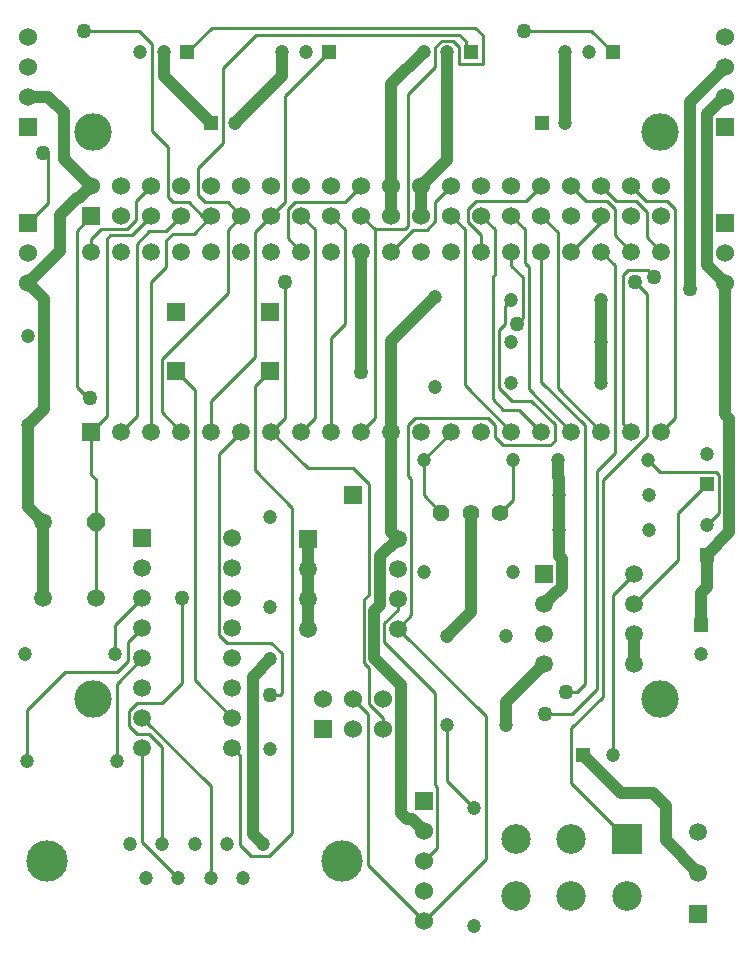
<source format=gtl>
%FSLAX23Y23*%
%MOMM*%
%SFA1B1*%

%IPPOS*%
%AMD18*
4,1,8,-0.749300,-0.309880,-0.309880,-0.749300,0.309880,-0.749300,0.749300,-0.309880,0.749300,0.309880,0.309880,0.749300,-0.309880,0.749300,-0.749300,0.309880,-0.749300,-0.309880,0.0*
%
%AMD21*
4,1,8,-0.292100,0.701040,-0.701040,0.292100,-0.701040,-0.292100,-0.292100,-0.701040,0.292100,-0.701040,0.701040,-0.292100,0.701040,0.292100,0.292100,0.701040,-0.292100,0.701040,0.0*
%
%ADD10C,0.253999*%
%ADD11C,0.999998*%
%ADD12R,1.499997X1.499997*%
%ADD13C,1.199998*%
%ADD14C,1.523997*%
%ADD15R,1.523997X1.523997*%
%ADD16R,1.199998X1.199998*%
%ADD17C,1.499997*%
G04~CAMADD=18~4~0.0~0.0~590.6~590.6~0.0~173.0~0~0.0~0.0~0.0~0.0~0~0.0~0.0~0.0~0.0~0~0.0~0.0~0.0~135.0~590.6~590.6*
%ADD18D18*%
%ADD19R,1.499997X1.499997*%
%ADD20C,1.499997*%
G04~CAMADD=21~4~0.0~0.0~551.2~551.2~0.0~161.4~0~0.0~0.0~0.0~0.0~0~0.0~0.0~0.0~0.0~0~0.0~0.0~0.0~45.0~551.2~551.2*
%ADD21D21*%
%ADD22C,1.399997*%
%ADD23C,3.499993*%
%ADD24C,2.499995*%
%ADD25R,2.499995X2.499995*%
%ADD26R,1.199998X1.199998*%
%ADD27R,1.499997X1.499997*%
%ADD28R,1.523997X1.523997*%
%ADD29C,3.174994*%
%ADD30C,1.269997*%
G54D10*
X1399Y14999D02*
Y19317D01*
X4631Y22549*
X9076*
X9940Y23412*
Y25020*
X11189Y26269*
Y23729D02*
X8999Y21539D01*
Y14999*
X11189Y16109D02*
Y8119D01*
X14229Y5079*
X16969D02*
Y12869D01*
X11189Y18649*
X10727Y19907D02*
X12836D01*
X14512Y21583*
Y28809*
X17662Y25647D02*
Y40972D01*
X19569Y42879*
X17029D02*
Y45434D01*
X20760Y49165*
Y59780*
X22109Y61129*
X23275Y62295*
Y71275*
X26999Y74999*
X33664Y71444D02*
X36000Y73780D01*
Y75431*
X36549Y75980*
X37458*
X38007Y75431*
Y74009*
X39988*
Y76447*
X39353Y77082*
X17082*
X14999Y74999*
X17992Y73679D02*
X20801Y76488D01*
X38031*
X38580Y75939*
Y75419*
X38999Y74999*
X33664Y71444D02*
Y60240D01*
X33410Y59986*
X30872*
X29729Y61129*
X27189D02*
X28330Y59989D01*
Y51941*
X27189Y50801*
Y42879*
X29729D02*
X30870Y44020D01*
X30872Y59986*
X32269Y58119D02*
X34113Y59963D01*
X35264*
X36000Y60699*
Y62320*
X37349Y63669*
Y61129D02*
X38490Y59989D01*
Y46819*
X42429Y42879*
X41706Y41726D02*
X45729D01*
X46110Y42107*
Y43478*
X44088Y45500*
X42512*
X41418Y46593*
Y51479*
X41891Y51952*
Y53491*
X42399Y53999*
X41030Y56175D02*
Y59989D01*
X39889Y61129*
Y59480D02*
Y58119D01*
X42429D02*
Y56887D01*
X43392Y55924*
Y52470*
X42909Y51987*
X44969Y47108D02*
Y58119D01*
X43570Y57137D02*
X43925Y56781D01*
Y46464*
X47509Y42879*
X49666Y39516D02*
X51190Y41040D01*
Y56979*
X50049Y58119*
X52307Y56534D02*
X53958D01*
X54542Y55950*
X52917Y55518D02*
X53933Y54502D01*
Y42538*
X50174Y38779*
Y20415*
X47507Y17748*
Y13107*
X52199Y8414*
X50999Y15499D02*
Y28999D01*
X52809Y30809*
Y28269D02*
X56549Y32009D01*
Y36009*
X58999Y38459*
X59749Y39465D02*
X60003Y39211D01*
Y36003*
X58999Y34999*
X59749Y39465D02*
X55034D01*
X53999Y40499*
X55129Y42879D02*
X56295Y44045D01*
Y61715*
X55609Y62401*
X53858*
X52589Y63669*
X52940Y62401D02*
X53882Y61459D01*
Y59367*
X55129Y58119*
X52589D02*
X51215Y59494D01*
Y61715*
X50529Y62401*
X48778*
X47509Y63669*
X46364Y59735D02*
Y46565D01*
X50049Y42879*
X49666Y39516D02*
Y21075D01*
X47583Y18993*
X45249*
X47076Y20826D02*
X47943D01*
X48650Y21533*
Y43427*
X44969Y47108*
X43114Y44735D02*
X44969Y42879D01*
X43114Y44735D02*
X41752D01*
X40854Y45634*
Y55999*
X41030Y56175*
X43570Y57137D02*
Y59989D01*
X42429Y61129*
X39889Y59480D02*
X38744Y60626D01*
Y61715*
X39429Y62401*
X43701*
X44969Y63669*
Y61129D02*
X46364Y59735D01*
X47509Y58119D02*
X50284Y60894D01*
X50049Y61129*
X51318Y62401D02*
X52940D01*
X50049Y63669D02*
X51318Y62401D01*
X52307Y56534D02*
X51901Y56127D01*
Y43568*
X52589Y42879*
X41020Y43427D02*
Y42411D01*
X41706Y41726*
X42599Y40499D02*
Y37100D01*
X41499Y35999*
X36499D02*
X34999Y37499D01*
Y40499*
X37349Y42849*
Y42879*
X40436Y44012D02*
X41020Y43427D01*
X40436Y44012D02*
X34248D01*
X33664Y43427*
Y39109*
X33943Y38830*
Y27323*
X32809Y26189*
X40242Y18757*
Y6662*
X34999Y1419*
X30276Y6143*
Y18993*
X28999Y20269*
X30387Y19780D02*
Y22826D01*
X29916Y23296*
Y28612*
X30387Y29082*
Y38424*
X29015Y39795*
X25194*
X22109Y42879*
X23249Y44019*
Y55499*
X23506Y59262D02*
X24649Y58119D01*
X23506Y59262D02*
Y61715D01*
X24065Y62274*
X28334*
X29729Y63669*
X24649Y61129D02*
X25790Y59989D01*
Y44020*
X24649Y42879*
X20710Y39592D02*
Y46710D01*
X21999Y47999*
X18412Y54567D02*
Y59972D01*
X19569Y61129*
X18399Y62300*
X16496*
X15884Y62912*
Y65221*
X17992Y67329*
Y73679*
X11997Y75660D02*
X10908Y76749D01*
X6249*
X11997Y75660D02*
Y68294D01*
X13344Y66948*
Y62706*
X13775Y62274*
X15096*
X16241Y61129*
X17029*
X15533Y59633*
X13775*
X13217Y59074*
Y56839*
X11949Y55571*
Y42879*
X14489D02*
X12861Y44508D01*
Y49015*
X18412Y54567*
X13999Y47999D02*
X15630Y46369D01*
Y21829*
X18809Y18649*
Y16109D02*
X19440Y15479D01*
Y7867*
X20379Y6928*
X21903*
X23885Y8909*
Y36417*
X20710Y39592*
X32809Y28729D02*
Y27794D01*
X31678Y26663*
Y25063*
X36000Y20741*
Y12973*
X36153Y12820*
Y7653*
X34999Y6499*
X39249Y10999D02*
X36999Y13250D01*
Y17999*
X31539Y17729D02*
Y18628D01*
X30387Y19780*
X22980Y24088D02*
X22081Y24987D01*
X18322*
X17662Y25647*
X22980Y24088D02*
Y20755D01*
X22796Y20571*
X21999*
X11189Y28809D02*
X8849Y26469D01*
Y23999*
X10042Y19221D02*
X10727Y19907D01*
Y17265D02*
X11743D01*
X12859Y16149*
Y7919*
X10727Y17265D02*
X10042Y17951D01*
Y19221*
X7249Y28749D02*
Y35249D01*
Y38855*
X6869Y39235*
Y42879*
X8162Y44172*
Y59175*
X8465Y59478*
X10298*
X11949Y61129*
X11743Y59836D02*
X13196D01*
X14489Y61129*
X11949Y63669D02*
X10677Y62397D01*
Y60780*
X9883Y59986*
X7679*
X6869Y59176*
Y58119*
X5622Y59882D02*
X6869Y61129D01*
X5622Y59882D02*
Y46672D01*
X6545Y45749*
X6749*
X9409Y42879D02*
X10702Y44172D01*
Y58794*
X11743Y59836*
X3158Y66479D02*
X3137Y66499D01*
X2749*
X3158Y66479D02*
Y62198D01*
X1499Y60539*
X43499Y76828D02*
X49170D01*
X50999Y74999*
G54D11*
X2749Y28749D02*
Y35249D01*
X1499Y36499*
Y43399*
X2853Y44753*
Y54105*
X1499Y55459*
X4200Y58160*
Y61207*
X5647Y62655*
X5855*
X6869Y63669*
X4547Y65992*
Y69912*
X3229Y71229*
X1499*
X12999Y73000D02*
X16999Y68999D01*
X18999D02*
X22999Y72999D01*
Y74999*
X32269Y63669D02*
Y72269D01*
X34999Y74999*
X36999D02*
Y65860D01*
X34809Y63669*
Y61129*
X32269Y63669D02*
Y61129D01*
X29729Y58119D02*
Y47959D01*
X32269Y50519D02*
X35999Y54249D01*
X32269Y50519D02*
Y42879D01*
Y34349*
X32809Y33809*
X31301Y32301*
Y28201*
X30797Y27697*
Y23738*
X33079Y21456*
Y10563*
X33587Y10055*
X33983*
X34999Y9039*
X41999Y17999D02*
Y20000D01*
X45189Y23189*
X48499Y15499D02*
X51737Y12262D01*
X54415*
X55482Y11195*
Y8267*
X58249Y5499*
X52809Y23189D02*
Y25729D01*
X58499Y26499D02*
Y29229D01*
X58999Y29729*
Y32459*
X60892Y34352*
Y43961*
X60499Y44354*
Y55459*
X58962Y56997*
Y69737*
X60455Y71229*
X60499*
Y73769D02*
X57540Y70810D01*
Y54943*
X49999Y53999D02*
Y50499D01*
Y46999*
X46399Y40499D02*
Y39032D01*
X46499Y38932*
Y37499*
Y34499*
Y32302*
X46694Y32108*
Y29711*
X46287Y29305*
X46225*
X45189Y28269*
X38999Y35999D02*
Y27599D01*
X36999Y25599*
X25189Y33809D02*
Y31269D01*
Y28729*
Y26189*
X21999Y23599D02*
X20532Y22132D01*
Y8767*
X21379Y7919*
X46999Y68999D02*
Y74999D01*
X12999D02*
Y73000D01*
G54D12*
X25189Y33809D03*
X28999Y37499D03*
X21999Y47999D03*
Y52999D03*
X13999D03*
Y47999D03*
G54D13*
X1399Y14999D03*
X8999D03*
X8849Y23999D03*
X1249D03*
X10119Y7919D03*
X12859D03*
X11489Y5079D03*
X14229D03*
X15599Y7919D03*
X18339D03*
X19709Y5079D03*
X16969D03*
X21379Y7919D03*
X21999Y15999D03*
Y23599D03*
Y27999D03*
Y35599D03*
X34999Y30999D03*
X36999Y25599D03*
X41999D03*
X36999Y17999D03*
X41999D03*
X39249Y10999D03*
Y999D03*
X50999Y15499D03*
X58499Y23999D03*
X58999Y34999D03*
Y40999D03*
X53999Y40499D03*
X54099Y37499D03*
Y34499D03*
X46399Y40499D03*
X46499Y37499D03*
Y34499D03*
X42599Y40499D03*
X42399Y46999D03*
Y50499D03*
Y53999D03*
X35999Y54249D03*
Y46649D03*
X34999Y40499D03*
X42599Y30999D03*
X49999Y46999D03*
Y50499D03*
Y53999D03*
X46999Y68999D03*
Y74999D03*
X48999D03*
X36999D03*
X34999D03*
X24999D03*
X22999D03*
X18999Y68999D03*
X12999Y74999D03*
X10999D03*
X1499Y50999D03*
Y43399D03*
G54D14*
X26459Y20269D03*
X28999D03*
Y17729D03*
X31539D03*
Y20269D03*
X34999Y9039D03*
Y6499D03*
Y3959D03*
Y1419D03*
X60499Y55459D03*
Y57999D03*
X55129Y63669D03*
X52589D03*
Y61129D03*
X55129D03*
X50049Y63669D03*
Y61129D03*
X47509Y63669D03*
Y61129D03*
X44969Y63669D03*
Y61129D03*
X42429Y63669D03*
X39889D03*
Y61129D03*
X42429D03*
X37349Y63669D03*
Y61129D03*
X34809Y63669D03*
Y61129D03*
X32269Y63669D03*
Y61129D03*
X29729Y63669D03*
X27189D03*
Y61129D03*
X29729D03*
X24649Y63669D03*
Y61129D03*
X22109Y63669D03*
Y61129D03*
X19569Y63669D03*
X17029D03*
Y61129D03*
X19569D03*
X14489Y63669D03*
Y61129D03*
X11949Y63669D03*
Y61129D03*
X9409Y63669D03*
Y61129D03*
X6869Y63669D03*
X1499Y57999D03*
Y55459D03*
Y71229D03*
Y73769D03*
Y76309D03*
X60499Y71229D03*
Y73769D03*
Y76309D03*
G54D15*
X34999Y11579D03*
X60499Y60539D03*
Y68689D03*
X1499D03*
Y60539D03*
G54D16*
X48499Y15499D03*
X44999Y68999D03*
X50999Y74999D03*
X38999D03*
X26999D03*
X16999Y68999D03*
X14999Y74999D03*
G54D17*
X7249Y28749D03*
X2749D03*
Y35249D03*
X9409Y42879D03*
X11949D03*
X14489D03*
X17029D03*
X19569D03*
X22109D03*
X24649D03*
X27189D03*
X29729D03*
X32269D03*
X34809D03*
X37349D03*
X39889D03*
X42429D03*
X44969D03*
X47509D03*
X50049D03*
X52589D03*
X55129D03*
Y58119D03*
X52589D03*
X50049D03*
X47509D03*
X44969D03*
X42429D03*
X39889D03*
X37349D03*
X34809D03*
X32269D03*
X29729D03*
X27189D03*
X24649D03*
X22109D03*
X19569D03*
X17029D03*
X14489D03*
X11949D03*
X9409D03*
X6869D03*
X25189Y31269D03*
Y28729D03*
Y26189D03*
X32809D03*
Y28729D03*
Y31269D03*
Y33809D03*
X58249Y8999D03*
Y5499D03*
G54D18*
X7249Y35249D03*
G54D19*
X11189Y33889D03*
X45189Y30809D03*
G54D20*
X11189Y16109D03*
Y18649D03*
Y21189D03*
Y23729D03*
Y26269D03*
Y28809D03*
Y31349D03*
X18809Y26269D03*
Y23729D03*
Y21189D03*
Y18649D03*
Y16109D03*
Y28809D03*
Y31349D03*
Y33889D03*
X45189Y23189D03*
Y25729D03*
Y28269D03*
X52809Y23189D03*
Y25729D03*
Y28269D03*
Y30809D03*
G54D21*
X36499Y35999D03*
G54D22*
X38999Y35999D03*
X41499D03*
G54D23*
X3099Y6499D03*
X28099D03*
G54D24*
X42799Y3584D03*
X47499D03*
X52199D03*
X47499Y8414D03*
X42799D03*
G54D25*
X52199Y8414D03*
G54D26*
X58499Y26499D03*
X58999Y32459D03*
Y38459D03*
G54D27*
X6869Y42879D03*
X58249Y1999D03*
G54D28*
X26459Y17729D03*
X6869Y61129D03*
G54D29*
X6999Y20199D03*
X54999D03*
Y68199D03*
X6999D03*
G54D30*
X14512Y28809D03*
X21999Y20571D03*
X45249Y18993D03*
X47076Y20826D03*
X29729Y47959D03*
X23249Y55499D03*
X6749Y45749D03*
X2749Y66499D03*
X6249Y76749D03*
X42909Y51987D03*
X52917Y55518D03*
X54542Y55950D03*
X57540Y54943D03*
X43499Y76828D03*
M02*
</source>
